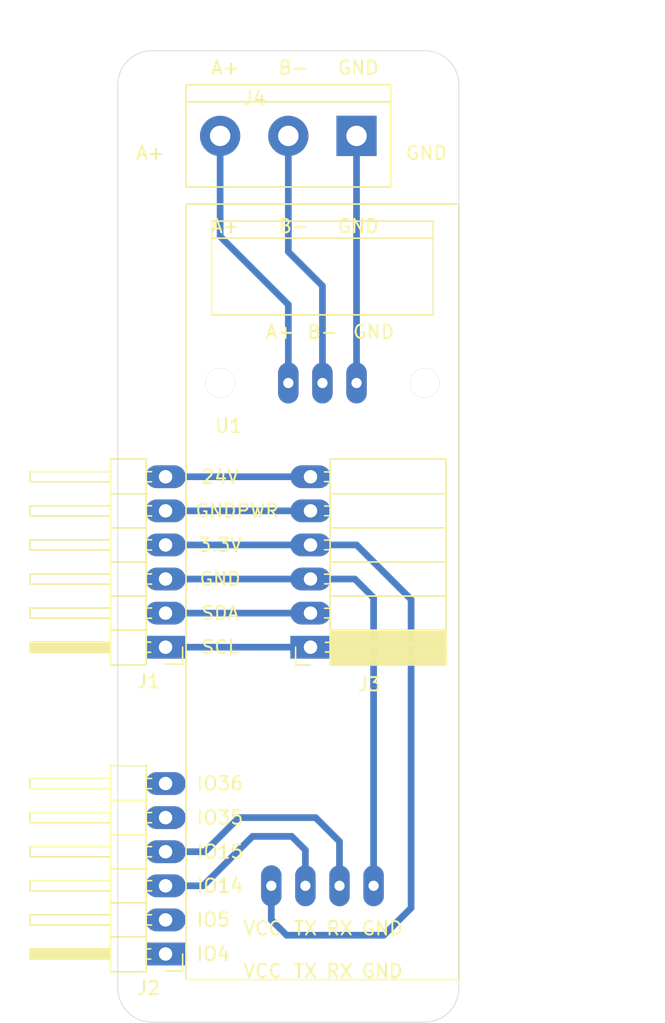
<source format=kicad_pcb>
(kicad_pcb (version 20171130) (host pcbnew 5.1.10-88a1d61d58~88~ubuntu20.04.1)

  (general
    (thickness 1.6)
    (drawings 32)
    (tracks 33)
    (zones 0)
    (modules 5)
    (nets 16)
  )

  (page A4)
  (layers
    (0 F.Cu signal)
    (31 B.Cu signal)
    (32 B.Adhes user)
    (33 F.Adhes user)
    (34 B.Paste user)
    (35 F.Paste user)
    (36 B.SilkS user)
    (37 F.SilkS user)
    (38 B.Mask user)
    (39 F.Mask user)
    (40 Dwgs.User user)
    (41 Cmts.User user)
    (42 Eco1.User user)
    (43 Eco2.User user)
    (44 Edge.Cuts user)
    (45 Margin user)
    (46 B.CrtYd user)
    (47 F.CrtYd user)
    (48 B.Fab user)
    (49 F.Fab user hide)
  )

  (setup
    (last_trace_width 0.5)
    (trace_clearance 0.2)
    (zone_clearance 0.508)
    (zone_45_only no)
    (trace_min 0.2)
    (via_size 0.6)
    (via_drill 0.3)
    (via_min_size 0.4)
    (via_min_drill 0.3)
    (uvia_size 0.6)
    (uvia_drill 0.3)
    (uvias_allowed no)
    (uvia_min_size 0.2)
    (uvia_min_drill 0.1)
    (edge_width 0.05)
    (segment_width 0.2)
    (pcb_text_width 0.3)
    (pcb_text_size 1.5 1.5)
    (mod_edge_width 0.12)
    (mod_text_size 1 1)
    (mod_text_width 0.15)
    (pad_size 1 1)
    (pad_drill 0)
    (pad_to_mask_clearance 0)
    (aux_axis_origin 60.96 134.62)
    (visible_elements FFFFFF7F)
    (pcbplotparams
      (layerselection 0x010f0_ffffffff)
      (usegerberextensions false)
      (usegerberattributes false)
      (usegerberadvancedattributes false)
      (creategerberjobfile false)
      (excludeedgelayer true)
      (linewidth 0.100000)
      (plotframeref false)
      (viasonmask false)
      (mode 1)
      (useauxorigin true)
      (hpglpennumber 1)
      (hpglpenspeed 20)
      (hpglpendiameter 15.000000)
      (psnegative false)
      (psa4output false)
      (plotreference true)
      (plotvalue true)
      (plotinvisibletext false)
      (padsonsilk false)
      (subtractmaskfromsilk false)
      (outputformat 1)
      (mirror false)
      (drillshape 0)
      (scaleselection 1)
      (outputdirectory "gerber/"))
  )

  (net 0 "")
  (net 1 +24V)
  (net 2 GNDPWR)
  (net 3 +3V3)
  (net 4 GND)
  (net 5 SCL)
  (net 6 SDA)
  (net 7 GPIO15)
  (net 8 GPIO5)
  (net 9 GPIO4)
  (net 10 GPIO36)
  (net 11 GPIO35)
  (net 12 GPIO14)
  (net 13 "Net-(J4-Pad3)")
  (net 14 "Net-(J4-Pad2)")
  (net 15 "Net-(J4-Pad1)")

  (net_class Default "This is the default net class."
    (clearance 0.2)
    (trace_width 0.5)
    (via_dia 0.6)
    (via_drill 0.3)
    (uvia_dia 0.6)
    (uvia_drill 0.3)
    (add_net GPIO14)
    (add_net GPIO15)
    (add_net GPIO35)
    (add_net GPIO36)
    (add_net GPIO4)
    (add_net GPIO5)
    (add_net "Net-(J4-Pad1)")
    (add_net "Net-(J4-Pad2)")
    (add_net "Net-(J4-Pad3)")
    (add_net SCL)
    (add_net SDA)
  )

  (net_class Power ""
    (clearance 0.2)
    (trace_width 0.5)
    (via_dia 0.6)
    (via_drill 0.3)
    (uvia_dia 0.6)
    (uvia_drill 0.3)
    (add_net +24V)
    (add_net +3V3)
    (add_net GND)
    (add_net GNDPWR)
  )

  (module boards:RS485-TTL-Board-DsdTech (layer F.Cu) (tedit 60E9A76D) (tstamp 60EA1A60)
    (at 78.74 95.885)
    (path /60B777A0)
    (fp_text reference U1 (at -6.985 -13.335) (layer F.SilkS)
      (effects (font (size 1 1) (thickness 0.15)))
    )
    (fp_text value RS485-TTL-Board (at 1.27 23.495) (layer F.Fab)
      (effects (font (size 1 1) (thickness 0.15)))
    )
    (fp_line (start -8.255 -27.305) (end 8.255 -27.305) (layer F.SilkS) (width 0.12))
    (fp_line (start -8.255 -21.59) (end -8.255 -28.575) (layer F.SilkS) (width 0.12))
    (fp_line (start 8.255 -21.59) (end -8.255 -21.59) (layer F.SilkS) (width 0.12))
    (fp_line (start 8.255 -28.575) (end 8.255 -21.59) (layer F.SilkS) (width 0.12))
    (fp_line (start -8.255 -28.575) (end 8.255 -28.575) (layer F.SilkS) (width 0.12))
    (fp_line (start 10.16 27.94) (end 10.16 -29.845) (layer F.SilkS) (width 0.12))
    (fp_line (start -10.16 -29.845) (end -10.16 27.94) (layer F.SilkS) (width 0.12))
    (fp_line (start -10.16 27.94) (end 10.16 27.94) (layer F.SilkS) (width 0.12))
    (fp_line (start -10.16 -29.845) (end 10.16 -29.845) (layer F.SilkS) (width 0.12))
    (fp_text user GND (at 4.445 27.305) (layer F.SilkS)
      (effects (font (size 1 1) (thickness 0.15)))
    )
    (fp_text user VCC (at -4.445 27.305) (layer F.SilkS)
      (effects (font (size 1 1) (thickness 0.15)))
    )
    (fp_text user RX (at 1.27 27.305) (layer F.SilkS)
      (effects (font (size 1 1) (thickness 0.15)))
    )
    (fp_text user TX (at -1.27 27.305) (layer F.SilkS)
      (effects (font (size 1 1) (thickness 0.15)))
    )
    (fp_text user GND (at 4.445 24.13) (layer F.SilkS)
      (effects (font (size 1 1) (thickness 0.15)))
    )
    (fp_text user RX (at 1.27 24.13) (layer F.SilkS)
      (effects (font (size 1 1) (thickness 0.15)))
    )
    (fp_text user TX (at -1.27 24.13) (layer F.SilkS)
      (effects (font (size 1 1) (thickness 0.15)))
    )
    (fp_text user VCC (at -4.445 24.13) (layer F.SilkS)
      (effects (font (size 1 1) (thickness 0.15)))
    )
    (fp_text user GND (at 3.81 -20.32) (layer F.SilkS)
      (effects (font (size 1 1) (thickness 0.15)))
    )
    (fp_text user B- (at 0 -20.32) (layer F.SilkS)
      (effects (font (size 1 1) (thickness 0.15)))
    )
    (fp_text user A+ (at -3.175 -20.32) (layer F.SilkS)
      (effects (font (size 1 1) (thickness 0.15)))
    )
    (pad 8 thru_hole circle (at -7.62 -16.51) (size 2.2 2.2) (drill 2.2) (layers *.Cu *.Mask)
      (die_length 4))
    (pad 8 thru_hole circle (at 7.62 -16.51) (size 2.2 2.2) (drill 2.2) (layers *.Cu *.Mask)
      (die_length 4))
    (pad 8 smd circle (at 7.62 22.225) (size 1 1) (layers F.Mask)
      (die_length 4))
    (pad 8 smd circle (at -7.62 22.225) (size 1 1) (layers F.Mask)
      (die_length 4))
    (pad 7 thru_hole oval (at -2.54 -16.51) (size 1.524 3.048) (drill 0.762) (layers *.Cu *.Mask)
      (net 13 "Net-(J4-Pad3)"))
    (pad 6 thru_hole oval (at 0 -16.51) (size 1.524 3.048) (drill 0.762) (layers *.Cu *.Mask)
      (net 14 "Net-(J4-Pad2)"))
    (pad 5 thru_hole oval (at 2.54 -16.51) (size 1.524 3.048) (drill 0.762) (layers *.Cu *.Mask)
      (net 15 "Net-(J4-Pad1)"))
    (pad 4 thru_hole oval (at 3.81 20.955) (size 1.524 3.048) (drill 0.762) (layers *.Cu *.Mask)
      (net 4 GND))
    (pad 3 thru_hole oval (at 1.27 20.955) (size 1.524 3.048) (drill 0.762) (layers *.Cu *.Mask)
      (net 7 GPIO15))
    (pad 2 thru_hole oval (at -1.27 20.955) (size 1.524 3.048) (drill 0.762) (layers *.Cu *.Mask)
      (net 12 GPIO14))
    (pad 1 thru_hole oval (at -3.81 20.955) (size 1.524 3.048) (drill 0.762) (layers *.Cu *.Mask)
      (net 3 +3V3))
    (model ${KISYS3DMOD}/Connector_PinSocket_2.54mm.3dshapes/PinSocket_1x04_P2.54mm_Vertical.step
      (offset (xyz 3.81 20.32 0))
      (scale (xyz 1 1 1))
      (rotate (xyz 0 0 90))
    )
    (model ${KISYS3DMOD}/Connector_PinSocket_2.54mm.3dshapes/PinSocket_1x05_P2.54mm_Vertical.step
      (offset (xyz 5.08 -19.685 0))
      (scale (xyz 1 1 1))
      (rotate (xyz 0 0 90))
    )
    (model ${KISYS3DMOD}/Connector_PinHeader_2.54mm.3dshapes/PinHeader_1x04_P2.54mm_Vertical.step
      (offset (xyz 3.81 20.32 10.16))
      (scale (xyz 1 1 1))
      (rotate (xyz 0 180 90))
    )
    (model ${KISYS3DMOD}/Connector_PinHeader_2.54mm.3dshapes/PinHeader_1x01_P2.54mm_Vertical.step
      (offset (xyz 5.08 -19.685 10.16))
      (scale (xyz 1 1 1))
      (rotate (xyz 0 180 0))
    )
    (model ${KISYS3DMOD}/Connector_PinHeader_2.54mm.3dshapes/PinHeader_1x01_P2.54mm_Vertical.step
      (offset (xyz -5.08 -19.685 10.16))
      (scale (xyz 1 1 1))
      (rotate (xyz 0 180 0))
    )
    (model ${KISYS3DMOD}/Connector_PinHeader_2.54mm.3dshapes/PinHeader_1x01_P2.54mm_Vertical.step
      (offset (xyz 0 -19.685 10.16))
      (scale (xyz 1 1 1))
      (rotate (xyz 0 180 0))
    )
  )

  (module TerminalBlock:TerminalBlock_bornier-3_P5.08mm (layer F.Cu) (tedit 59FF03B9) (tstamp 60B57113)
    (at 81.28 60.96 180)
    (descr "simple 3-pin terminal block, pitch 5.08mm, revamped version of bornier3")
    (tags "terminal block bornier3")
    (path /60B52DC7)
    (fp_text reference J4 (at 7.62 2.794) (layer F.SilkS)
      (effects (font (size 1 1) (thickness 0.15)))
    )
    (fp_text value Screw_Terminal_01x03 (at 5.08 5.08) (layer F.Fab)
      (effects (font (size 1 1) (thickness 0.15)))
    )
    (fp_line (start -2.47 2.55) (end 12.63 2.55) (layer F.Fab) (width 0.1))
    (fp_line (start -2.47 -3.75) (end 12.63 -3.75) (layer F.Fab) (width 0.1))
    (fp_line (start 12.63 -3.75) (end 12.63 3.75) (layer F.Fab) (width 0.1))
    (fp_line (start 12.63 3.75) (end -2.47 3.75) (layer F.Fab) (width 0.1))
    (fp_line (start -2.47 3.75) (end -2.47 -3.75) (layer F.Fab) (width 0.1))
    (fp_line (start -2.54 3.81) (end -2.54 -3.81) (layer F.SilkS) (width 0.12))
    (fp_line (start 12.7 3.81) (end 12.7 -3.81) (layer F.SilkS) (width 0.12))
    (fp_line (start -2.54 2.54) (end 12.7 2.54) (layer F.SilkS) (width 0.12))
    (fp_line (start -2.54 -3.81) (end 12.7 -3.81) (layer F.SilkS) (width 0.12))
    (fp_line (start -2.54 3.81) (end 12.7 3.81) (layer F.SilkS) (width 0.12))
    (fp_line (start -2.72 -4) (end 12.88 -4) (layer F.CrtYd) (width 0.05))
    (fp_line (start -2.72 -4) (end -2.72 4) (layer F.CrtYd) (width 0.05))
    (fp_line (start 12.88 4) (end 12.88 -4) (layer F.CrtYd) (width 0.05))
    (fp_line (start 12.88 4) (end -2.72 4) (layer F.CrtYd) (width 0.05))
    (fp_text user %R (at 5.08 0) (layer F.Fab)
      (effects (font (size 1 1) (thickness 0.15)))
    )
    (pad 3 thru_hole circle (at 10.16 0 180) (size 3 3) (drill 1.52) (layers *.Cu *.Mask)
      (net 13 "Net-(J4-Pad3)"))
    (pad 2 thru_hole circle (at 5.08 0 180) (size 3 3) (drill 1.52) (layers *.Cu *.Mask)
      (net 14 "Net-(J4-Pad2)"))
    (pad 1 thru_hole rect (at 0 0 180) (size 3 3) (drill 1.52) (layers *.Cu *.Mask)
      (net 15 "Net-(J4-Pad1)"))
    (model ${KISYS3DMOD}/TerminalBlock.3dshapes/TerminalBlock_bornier-3_P5.08mm.wrl
      (offset (xyz 5.079999923706055 0 0))
      (scale (xyz 1 1 1))
      (rotate (xyz 0 0 0))
    )
    (model ${KISYS3DMOD}/TerminalBlock_Phoenix.3dshapes/TerminalBlock_Phoenix_MKDS-1,5-3-5.08_1x03_P5.08mm_Horizontal.wrl
      (at (xyz 0 0 0))
      (scale (xyz 1 1 1))
      (rotate (xyz 0 0 0))
    )
  )

  (module Connector_PinHeader_2.54mm:PinHeader_1x06_P2.54mm_Horizontal (layer F.Cu) (tedit 59FED5CB) (tstamp 600DFBDD)
    (at 67.056 121.92 180)
    (descr "Through hole angled pin header, 1x06, 2.54mm pitch, 6mm pin length, single row")
    (tags "Through hole angled pin header THT 1x06 2.54mm single row")
    (path /600DF682)
    (fp_text reference J2 (at 1.27 -2.54) (layer F.SilkS)
      (effects (font (size 1 1) (thickness 0.15)))
    )
    (fp_text value Conn_01x06_Male (at 4.385 14.97) (layer F.Fab)
      (effects (font (size 1 1) (thickness 0.15)))
    )
    (fp_line (start 2.135 -1.27) (end 4.04 -1.27) (layer F.Fab) (width 0.1))
    (fp_line (start 4.04 -1.27) (end 4.04 13.97) (layer F.Fab) (width 0.1))
    (fp_line (start 4.04 13.97) (end 1.5 13.97) (layer F.Fab) (width 0.1))
    (fp_line (start 1.5 13.97) (end 1.5 -0.635) (layer F.Fab) (width 0.1))
    (fp_line (start 1.5 -0.635) (end 2.135 -1.27) (layer F.Fab) (width 0.1))
    (fp_line (start -0.32 -0.32) (end 1.5 -0.32) (layer F.Fab) (width 0.1))
    (fp_line (start -0.32 -0.32) (end -0.32 0.32) (layer F.Fab) (width 0.1))
    (fp_line (start -0.32 0.32) (end 1.5 0.32) (layer F.Fab) (width 0.1))
    (fp_line (start 4.04 -0.32) (end 10.04 -0.32) (layer F.Fab) (width 0.1))
    (fp_line (start 10.04 -0.32) (end 10.04 0.32) (layer F.Fab) (width 0.1))
    (fp_line (start 4.04 0.32) (end 10.04 0.32) (layer F.Fab) (width 0.1))
    (fp_line (start -0.32 2.22) (end 1.5 2.22) (layer F.Fab) (width 0.1))
    (fp_line (start -0.32 2.22) (end -0.32 2.86) (layer F.Fab) (width 0.1))
    (fp_line (start -0.32 2.86) (end 1.5 2.86) (layer F.Fab) (width 0.1))
    (fp_line (start 4.04 2.22) (end 10.04 2.22) (layer F.Fab) (width 0.1))
    (fp_line (start 10.04 2.22) (end 10.04 2.86) (layer F.Fab) (width 0.1))
    (fp_line (start 4.04 2.86) (end 10.04 2.86) (layer F.Fab) (width 0.1))
    (fp_line (start -0.32 4.76) (end 1.5 4.76) (layer F.Fab) (width 0.1))
    (fp_line (start -0.32 4.76) (end -0.32 5.4) (layer F.Fab) (width 0.1))
    (fp_line (start -0.32 5.4) (end 1.5 5.4) (layer F.Fab) (width 0.1))
    (fp_line (start 4.04 4.76) (end 10.04 4.76) (layer F.Fab) (width 0.1))
    (fp_line (start 10.04 4.76) (end 10.04 5.4) (layer F.Fab) (width 0.1))
    (fp_line (start 4.04 5.4) (end 10.04 5.4) (layer F.Fab) (width 0.1))
    (fp_line (start -0.32 7.3) (end 1.5 7.3) (layer F.Fab) (width 0.1))
    (fp_line (start -0.32 7.3) (end -0.32 7.94) (layer F.Fab) (width 0.1))
    (fp_line (start -0.32 7.94) (end 1.5 7.94) (layer F.Fab) (width 0.1))
    (fp_line (start 4.04 7.3) (end 10.04 7.3) (layer F.Fab) (width 0.1))
    (fp_line (start 10.04 7.3) (end 10.04 7.94) (layer F.Fab) (width 0.1))
    (fp_line (start 4.04 7.94) (end 10.04 7.94) (layer F.Fab) (width 0.1))
    (fp_line (start -0.32 9.84) (end 1.5 9.84) (layer F.Fab) (width 0.1))
    (fp_line (start -0.32 9.84) (end -0.32 10.48) (layer F.Fab) (width 0.1))
    (fp_line (start -0.32 10.48) (end 1.5 10.48) (layer F.Fab) (width 0.1))
    (fp_line (start 4.04 9.84) (end 10.04 9.84) (layer F.Fab) (width 0.1))
    (fp_line (start 10.04 9.84) (end 10.04 10.48) (layer F.Fab) (width 0.1))
    (fp_line (start 4.04 10.48) (end 10.04 10.48) (layer F.Fab) (width 0.1))
    (fp_line (start -0.32 12.38) (end 1.5 12.38) (layer F.Fab) (width 0.1))
    (fp_line (start -0.32 12.38) (end -0.32 13.02) (layer F.Fab) (width 0.1))
    (fp_line (start -0.32 13.02) (end 1.5 13.02) (layer F.Fab) (width 0.1))
    (fp_line (start 4.04 12.38) (end 10.04 12.38) (layer F.Fab) (width 0.1))
    (fp_line (start 10.04 12.38) (end 10.04 13.02) (layer F.Fab) (width 0.1))
    (fp_line (start 4.04 13.02) (end 10.04 13.02) (layer F.Fab) (width 0.1))
    (fp_line (start 1.44 -1.33) (end 1.44 14.03) (layer F.SilkS) (width 0.12))
    (fp_line (start 1.44 14.03) (end 4.1 14.03) (layer F.SilkS) (width 0.12))
    (fp_line (start 4.1 14.03) (end 4.1 -1.33) (layer F.SilkS) (width 0.12))
    (fp_line (start 4.1 -1.33) (end 1.44 -1.33) (layer F.SilkS) (width 0.12))
    (fp_line (start 4.1 -0.38) (end 10.1 -0.38) (layer F.SilkS) (width 0.12))
    (fp_line (start 10.1 -0.38) (end 10.1 0.38) (layer F.SilkS) (width 0.12))
    (fp_line (start 10.1 0.38) (end 4.1 0.38) (layer F.SilkS) (width 0.12))
    (fp_line (start 4.1 -0.32) (end 10.1 -0.32) (layer F.SilkS) (width 0.12))
    (fp_line (start 4.1 -0.2) (end 10.1 -0.2) (layer F.SilkS) (width 0.12))
    (fp_line (start 4.1 -0.08) (end 10.1 -0.08) (layer F.SilkS) (width 0.12))
    (fp_line (start 4.1 0.04) (end 10.1 0.04) (layer F.SilkS) (width 0.12))
    (fp_line (start 4.1 0.16) (end 10.1 0.16) (layer F.SilkS) (width 0.12))
    (fp_line (start 4.1 0.28) (end 10.1 0.28) (layer F.SilkS) (width 0.12))
    (fp_line (start 1.11 -0.38) (end 1.44 -0.38) (layer F.SilkS) (width 0.12))
    (fp_line (start 1.11 0.38) (end 1.44 0.38) (layer F.SilkS) (width 0.12))
    (fp_line (start 1.44 1.27) (end 4.1 1.27) (layer F.SilkS) (width 0.12))
    (fp_line (start 4.1 2.16) (end 10.1 2.16) (layer F.SilkS) (width 0.12))
    (fp_line (start 10.1 2.16) (end 10.1 2.92) (layer F.SilkS) (width 0.12))
    (fp_line (start 10.1 2.92) (end 4.1 2.92) (layer F.SilkS) (width 0.12))
    (fp_line (start 1.042929 2.16) (end 1.44 2.16) (layer F.SilkS) (width 0.12))
    (fp_line (start 1.042929 2.92) (end 1.44 2.92) (layer F.SilkS) (width 0.12))
    (fp_line (start 1.44 3.81) (end 4.1 3.81) (layer F.SilkS) (width 0.12))
    (fp_line (start 4.1 4.7) (end 10.1 4.7) (layer F.SilkS) (width 0.12))
    (fp_line (start 10.1 4.7) (end 10.1 5.46) (layer F.SilkS) (width 0.12))
    (fp_line (start 10.1 5.46) (end 4.1 5.46) (layer F.SilkS) (width 0.12))
    (fp_line (start 1.042929 4.7) (end 1.44 4.7) (layer F.SilkS) (width 0.12))
    (fp_line (start 1.042929 5.46) (end 1.44 5.46) (layer F.SilkS) (width 0.12))
    (fp_line (start 1.44 6.35) (end 4.1 6.35) (layer F.SilkS) (width 0.12))
    (fp_line (start 4.1 7.24) (end 10.1 7.24) (layer F.SilkS) (width 0.12))
    (fp_line (start 10.1 7.24) (end 10.1 8) (layer F.SilkS) (width 0.12))
    (fp_line (start 10.1 8) (end 4.1 8) (layer F.SilkS) (width 0.12))
    (fp_line (start 1.042929 7.24) (end 1.44 7.24) (layer F.SilkS) (width 0.12))
    (fp_line (start 1.042929 8) (end 1.44 8) (layer F.SilkS) (width 0.12))
    (fp_line (start 1.44 8.89) (end 4.1 8.89) (layer F.SilkS) (width 0.12))
    (fp_line (start 4.1 9.78) (end 10.1 9.78) (layer F.SilkS) (width 0.12))
    (fp_line (start 10.1 9.78) (end 10.1 10.54) (layer F.SilkS) (width 0.12))
    (fp_line (start 10.1 10.54) (end 4.1 10.54) (layer F.SilkS) (width 0.12))
    (fp_line (start 1.042929 9.78) (end 1.44 9.78) (layer F.SilkS) (width 0.12))
    (fp_line (start 1.042929 10.54) (end 1.44 10.54) (layer F.SilkS) (width 0.12))
    (fp_line (start 1.44 11.43) (end 4.1 11.43) (layer F.SilkS) (width 0.12))
    (fp_line (start 4.1 12.32) (end 10.1 12.32) (layer F.SilkS) (width 0.12))
    (fp_line (start 10.1 12.32) (end 10.1 13.08) (layer F.SilkS) (width 0.12))
    (fp_line (start 10.1 13.08) (end 4.1 13.08) (layer F.SilkS) (width 0.12))
    (fp_line (start 1.042929 12.32) (end 1.44 12.32) (layer F.SilkS) (width 0.12))
    (fp_line (start 1.042929 13.08) (end 1.44 13.08) (layer F.SilkS) (width 0.12))
    (fp_line (start -1.27 0) (end -1.27 -1.27) (layer F.SilkS) (width 0.12))
    (fp_line (start -1.27 -1.27) (end 0 -1.27) (layer F.SilkS) (width 0.12))
    (fp_line (start -1.8 -1.8) (end -1.8 14.5) (layer F.CrtYd) (width 0.05))
    (fp_line (start -1.8 14.5) (end 10.55 14.5) (layer F.CrtYd) (width 0.05))
    (fp_line (start 10.55 14.5) (end 10.55 -1.8) (layer F.CrtYd) (width 0.05))
    (fp_line (start 10.55 -1.8) (end -1.8 -1.8) (layer F.CrtYd) (width 0.05))
    (fp_text user %R (at 2.77 6.35 90) (layer F.Fab)
      (effects (font (size 1 1) (thickness 0.15)))
    )
    (pad 6 thru_hole oval (at 0 12.7 180) (size 3 1.7) (drill 1) (layers *.Cu *.Mask)
      (net 10 GPIO36))
    (pad 5 thru_hole oval (at 0 10.16 180) (size 3 1.7) (drill 1) (layers *.Cu *.Mask)
      (net 11 GPIO35))
    (pad 4 thru_hole oval (at 0 7.62 180) (size 3 1.7) (drill 1) (layers *.Cu *.Mask)
      (net 7 GPIO15))
    (pad 3 thru_hole oval (at 0 5.08 180) (size 3 1.7) (drill 1) (layers *.Cu *.Mask)
      (net 12 GPIO14))
    (pad 2 thru_hole oval (at 0 2.54 180) (size 3 1.7) (drill 1) (layers *.Cu *.Mask)
      (net 8 GPIO5))
    (pad 1 thru_hole rect (at 0 0 180) (size 3 1.7) (drill 1) (layers *.Cu *.Mask)
      (net 9 GPIO4))
    (model ${KISYS3DMOD}/Connector_PinHeader_2.54mm.3dshapes/PinHeader_1x06_P2.54mm_Horizontal.wrl
      (at (xyz 0 0 0))
      (scale (xyz 1 1 1))
      (rotate (xyz 0 0 0))
    )
  )

  (module Connector_PinHeader_2.54mm:PinHeader_1x06_P2.54mm_Horizontal (layer F.Cu) (tedit 600DA0D7) (tstamp 600DFB76)
    (at 67.056 99.06 180)
    (descr "Through hole angled pin header, 1x06, 2.54mm pitch, 6mm pin length, single row")
    (tags "Through hole angled pin header THT 1x06 2.54mm single row")
    (path /600E0E0C)
    (fp_text reference J1 (at 1.27 -2.54) (layer F.SilkS)
      (effects (font (size 1 1) (thickness 0.15)))
    )
    (fp_text value Conn_01x06_Male (at 4.385 14.97) (layer F.Fab)
      (effects (font (size 1 1) (thickness 0.15)))
    )
    (fp_line (start 2.135 -1.27) (end 4.04 -1.27) (layer F.Fab) (width 0.1))
    (fp_line (start 4.04 -1.27) (end 4.04 13.97) (layer F.Fab) (width 0.1))
    (fp_line (start 4.04 13.97) (end 1.5 13.97) (layer F.Fab) (width 0.1))
    (fp_line (start 1.5 13.97) (end 1.5 -0.635) (layer F.Fab) (width 0.1))
    (fp_line (start 1.5 -0.635) (end 2.135 -1.27) (layer F.Fab) (width 0.1))
    (fp_line (start -0.32 -0.32) (end 1.5 -0.32) (layer F.Fab) (width 0.1))
    (fp_line (start -0.32 -0.32) (end -0.32 0.32) (layer F.Fab) (width 0.1))
    (fp_line (start -0.32 0.32) (end 1.5 0.32) (layer F.Fab) (width 0.1))
    (fp_line (start 4.04 -0.32) (end 10.04 -0.32) (layer F.Fab) (width 0.1))
    (fp_line (start 10.04 -0.32) (end 10.04 0.32) (layer F.Fab) (width 0.1))
    (fp_line (start 4.04 0.32) (end 10.04 0.32) (layer F.Fab) (width 0.1))
    (fp_line (start -0.32 2.22) (end 1.5 2.22) (layer F.Fab) (width 0.1))
    (fp_line (start -0.32 2.22) (end -0.32 2.86) (layer F.Fab) (width 0.1))
    (fp_line (start -0.32 2.86) (end 1.5 2.86) (layer F.Fab) (width 0.1))
    (fp_line (start 4.04 2.22) (end 10.04 2.22) (layer F.Fab) (width 0.1))
    (fp_line (start 10.04 2.22) (end 10.04 2.86) (layer F.Fab) (width 0.1))
    (fp_line (start 4.04 2.86) (end 10.04 2.86) (layer F.Fab) (width 0.1))
    (fp_line (start -0.32 4.76) (end 1.5 4.76) (layer F.Fab) (width 0.1))
    (fp_line (start -0.32 4.76) (end -0.32 5.4) (layer F.Fab) (width 0.1))
    (fp_line (start -0.32 5.4) (end 1.5 5.4) (layer F.Fab) (width 0.1))
    (fp_line (start 4.04 4.76) (end 10.04 4.76) (layer F.Fab) (width 0.1))
    (fp_line (start 10.04 4.76) (end 10.04 5.4) (layer F.Fab) (width 0.1))
    (fp_line (start 4.04 5.4) (end 10.04 5.4) (layer F.Fab) (width 0.1))
    (fp_line (start -0.32 7.3) (end 1.5 7.3) (layer F.Fab) (width 0.1))
    (fp_line (start -0.32 7.3) (end -0.32 7.94) (layer F.Fab) (width 0.1))
    (fp_line (start -0.32 7.94) (end 1.5 7.94) (layer F.Fab) (width 0.1))
    (fp_line (start 4.04 7.3) (end 10.04 7.3) (layer F.Fab) (width 0.1))
    (fp_line (start 10.04 7.3) (end 10.04 7.94) (layer F.Fab) (width 0.1))
    (fp_line (start 4.04 7.94) (end 10.04 7.94) (layer F.Fab) (width 0.1))
    (fp_line (start -0.32 9.84) (end 1.5 9.84) (layer F.Fab) (width 0.1))
    (fp_line (start -0.32 9.84) (end -0.32 10.48) (layer F.Fab) (width 0.1))
    (fp_line (start -0.32 10.48) (end 1.5 10.48) (layer F.Fab) (width 0.1))
    (fp_line (start 4.04 9.84) (end 10.04 9.84) (layer F.Fab) (width 0.1))
    (fp_line (start 10.04 9.84) (end 10.04 10.48) (layer F.Fab) (width 0.1))
    (fp_line (start 4.04 10.48) (end 10.04 10.48) (layer F.Fab) (width 0.1))
    (fp_line (start -0.32 12.38) (end 1.5 12.38) (layer F.Fab) (width 0.1))
    (fp_line (start -0.32 12.38) (end -0.32 13.02) (layer F.Fab) (width 0.1))
    (fp_line (start -0.32 13.02) (end 1.5 13.02) (layer F.Fab) (width 0.1))
    (fp_line (start 4.04 12.38) (end 10.04 12.38) (layer F.Fab) (width 0.1))
    (fp_line (start 10.04 12.38) (end 10.04 13.02) (layer F.Fab) (width 0.1))
    (fp_line (start 4.04 13.02) (end 10.04 13.02) (layer F.Fab) (width 0.1))
    (fp_line (start 1.44 -1.33) (end 1.44 14.03) (layer F.SilkS) (width 0.12))
    (fp_line (start 1.44 14.03) (end 4.1 14.03) (layer F.SilkS) (width 0.12))
    (fp_line (start 4.1 14.03) (end 4.1 -1.33) (layer F.SilkS) (width 0.12))
    (fp_line (start 4.1 -1.33) (end 1.44 -1.33) (layer F.SilkS) (width 0.12))
    (fp_line (start 4.1 -0.38) (end 10.1 -0.38) (layer F.SilkS) (width 0.12))
    (fp_line (start 10.1 -0.38) (end 10.1 0.38) (layer F.SilkS) (width 0.12))
    (fp_line (start 10.1 0.38) (end 4.1 0.38) (layer F.SilkS) (width 0.12))
    (fp_line (start 4.1 -0.32) (end 10.1 -0.32) (layer F.SilkS) (width 0.12))
    (fp_line (start 4.1 -0.2) (end 10.1 -0.2) (layer F.SilkS) (width 0.12))
    (fp_line (start 4.1 -0.08) (end 10.1 -0.08) (layer F.SilkS) (width 0.12))
    (fp_line (start 4.1 0.04) (end 10.1 0.04) (layer F.SilkS) (width 0.12))
    (fp_line (start 4.1 0.16) (end 10.1 0.16) (layer F.SilkS) (width 0.12))
    (fp_line (start 4.1 0.28) (end 10.1 0.28) (layer F.SilkS) (width 0.12))
    (fp_line (start 1.11 -0.38) (end 1.44 -0.38) (layer F.SilkS) (width 0.12))
    (fp_line (start 1.11 0.38) (end 1.44 0.38) (layer F.SilkS) (width 0.12))
    (fp_line (start 1.44 1.27) (end 4.1 1.27) (layer F.SilkS) (width 0.12))
    (fp_line (start 4.1 2.16) (end 10.1 2.16) (layer F.SilkS) (width 0.12))
    (fp_line (start 10.1 2.16) (end 10.1 2.92) (layer F.SilkS) (width 0.12))
    (fp_line (start 10.1 2.92) (end 4.1 2.92) (layer F.SilkS) (width 0.12))
    (fp_line (start 1.042929 2.16) (end 1.44 2.16) (layer F.SilkS) (width 0.12))
    (fp_line (start 1.042929 2.92) (end 1.44 2.92) (layer F.SilkS) (width 0.12))
    (fp_line (start 1.44 3.81) (end 4.1 3.81) (layer F.SilkS) (width 0.12))
    (fp_line (start 4.1 4.7) (end 10.1 4.7) (layer F.SilkS) (width 0.12))
    (fp_line (start 10.1 4.7) (end 10.1 5.46) (layer F.SilkS) (width 0.12))
    (fp_line (start 10.1 5.46) (end 4.1 5.46) (layer F.SilkS) (width 0.12))
    (fp_line (start 1.042929 4.7) (end 1.44 4.7) (layer F.SilkS) (width 0.12))
    (fp_line (start 1.042929 5.46) (end 1.44 5.46) (layer F.SilkS) (width 0.12))
    (fp_line (start 1.44 6.35) (end 4.1 6.35) (layer F.SilkS) (width 0.12))
    (fp_line (start 4.1 7.24) (end 10.1 7.24) (layer F.SilkS) (width 0.12))
    (fp_line (start 10.1 7.24) (end 10.1 8) (layer F.SilkS) (width 0.12))
    (fp_line (start 10.1 8) (end 4.1 8) (layer F.SilkS) (width 0.12))
    (fp_line (start 1.042929 7.24) (end 1.44 7.24) (layer F.SilkS) (width 0.12))
    (fp_line (start 1.042929 8) (end 1.44 8) (layer F.SilkS) (width 0.12))
    (fp_line (start 1.44 8.89) (end 4.1 8.89) (layer F.SilkS) (width 0.12))
    (fp_line (start 4.1 9.78) (end 10.1 9.78) (layer F.SilkS) (width 0.12))
    (fp_line (start 10.1 9.78) (end 10.1 10.54) (layer F.SilkS) (width 0.12))
    (fp_line (start 10.1 10.54) (end 4.1 10.54) (layer F.SilkS) (width 0.12))
    (fp_line (start 1.042929 9.78) (end 1.44 9.78) (layer F.SilkS) (width 0.12))
    (fp_line (start 1.042929 10.54) (end 1.44 10.54) (layer F.SilkS) (width 0.12))
    (fp_line (start 1.44 11.43) (end 4.1 11.43) (layer F.SilkS) (width 0.12))
    (fp_line (start 4.1 12.32) (end 10.1 12.32) (layer F.SilkS) (width 0.12))
    (fp_line (start 10.1 12.32) (end 10.1 13.08) (layer F.SilkS) (width 0.12))
    (fp_line (start 10.1 13.08) (end 4.1 13.08) (layer F.SilkS) (width 0.12))
    (fp_line (start 1.042929 12.32) (end 1.44 12.32) (layer F.SilkS) (width 0.12))
    (fp_line (start 1.042929 13.08) (end 1.44 13.08) (layer F.SilkS) (width 0.12))
    (fp_line (start -1.27 0) (end -1.27 -1.27) (layer F.SilkS) (width 0.12))
    (fp_line (start -1.27 -1.27) (end 0 -1.27) (layer F.SilkS) (width 0.12))
    (fp_line (start -1.8 -1.8) (end -1.8 14.5) (layer F.CrtYd) (width 0.05))
    (fp_line (start -1.8 14.5) (end 10.55 14.5) (layer F.CrtYd) (width 0.05))
    (fp_line (start 10.55 14.5) (end 10.55 -1.8) (layer F.CrtYd) (width 0.05))
    (fp_line (start 10.55 -1.8) (end -1.8 -1.8) (layer F.CrtYd) (width 0.05))
    (fp_text user %R (at 2.77 6.35 90) (layer F.Fab)
      (effects (font (size 1 1) (thickness 0.15)))
    )
    (pad 6 thru_hole oval (at 0 12.7 180) (size 3 1.7) (drill 1) (layers *.Cu *.Mask)
      (net 1 +24V))
    (pad 5 thru_hole oval (at 0 10.16 180) (size 3 1.7) (drill 1) (layers *.Cu *.Mask)
      (net 2 GNDPWR))
    (pad 4 thru_hole oval (at 0 7.62 180) (size 3 1.7) (drill 1) (layers *.Cu *.Mask)
      (net 3 +3V3))
    (pad 3 thru_hole oval (at 0 5.08 180) (size 3 1.7) (drill 1) (layers *.Cu *.Mask)
      (net 4 GND))
    (pad 2 thru_hole oval (at 0 2.54 180) (size 3 1.7) (drill 1) (layers *.Cu *.Mask)
      (net 6 SDA))
    (pad 1 thru_hole rect (at 0 0 180) (size 3 1.7) (drill 1) (layers *.Cu *.Mask)
      (net 5 SCL))
    (model ${KISYS3DMOD}/Connector_PinHeader_2.54mm.3dshapes/PinHeader_1x06_P2.54mm_Horizontal.wrl
      (at (xyz 0 0 0))
      (scale (xyz 1 1 1))
      (rotate (xyz 0 0 0))
    )
  )

  (module Connector_PinSocket_2.54mm:PinSocket_1x06_P2.54mm_Horizontal (layer F.Cu) (tedit 5FA6D208) (tstamp 5FA6FA4C)
    (at 77.851 99.06 180)
    (descr "Through hole angled socket strip, 1x06, 2.54mm pitch, 8.51mm socket length, single row (from Kicad 4.0.7), script generated")
    (tags "Through hole angled socket strip THT 1x06 2.54mm single row")
    (path /5FA73C4E)
    (fp_text reference J3 (at -4.38 -2.77) (layer F.SilkS)
      (effects (font (size 1 1) (thickness 0.15)))
    )
    (fp_text value Conn_01x06_Female (at -2.54 15.47) (layer F.Fab)
      (effects (font (size 1 1) (thickness 0.15)))
    )
    (fp_line (start -10.03 -1.27) (end -2.49 -1.27) (layer F.Fab) (width 0.1))
    (fp_line (start -2.49 -1.27) (end -1.52 -0.3) (layer F.Fab) (width 0.1))
    (fp_line (start -1.52 -0.3) (end -1.52 13.97) (layer F.Fab) (width 0.1))
    (fp_line (start -1.52 13.97) (end -10.03 13.97) (layer F.Fab) (width 0.1))
    (fp_line (start -10.03 13.97) (end -10.03 -1.27) (layer F.Fab) (width 0.1))
    (fp_line (start 0 -0.3) (end -1.52 -0.3) (layer F.Fab) (width 0.1))
    (fp_line (start -1.52 0.3) (end 0 0.3) (layer F.Fab) (width 0.1))
    (fp_line (start 0 0.3) (end 0 -0.3) (layer F.Fab) (width 0.1))
    (fp_line (start 0 2.24) (end -1.52 2.24) (layer F.Fab) (width 0.1))
    (fp_line (start -1.52 2.84) (end 0 2.84) (layer F.Fab) (width 0.1))
    (fp_line (start 0 2.84) (end 0 2.24) (layer F.Fab) (width 0.1))
    (fp_line (start 0 4.78) (end -1.52 4.78) (layer F.Fab) (width 0.1))
    (fp_line (start -1.52 5.38) (end 0 5.38) (layer F.Fab) (width 0.1))
    (fp_line (start 0 5.38) (end 0 4.78) (layer F.Fab) (width 0.1))
    (fp_line (start 0 7.32) (end -1.52 7.32) (layer F.Fab) (width 0.1))
    (fp_line (start -1.52 7.92) (end 0 7.92) (layer F.Fab) (width 0.1))
    (fp_line (start 0 7.92) (end 0 7.32) (layer F.Fab) (width 0.1))
    (fp_line (start 0 9.86) (end -1.52 9.86) (layer F.Fab) (width 0.1))
    (fp_line (start -1.52 10.46) (end 0 10.46) (layer F.Fab) (width 0.1))
    (fp_line (start 0 10.46) (end 0 9.86) (layer F.Fab) (width 0.1))
    (fp_line (start 0 12.4) (end -1.52 12.4) (layer F.Fab) (width 0.1))
    (fp_line (start -1.52 13) (end 0 13) (layer F.Fab) (width 0.1))
    (fp_line (start 0 13) (end 0 12.4) (layer F.Fab) (width 0.1))
    (fp_line (start -10.09 -1.21) (end -1.46 -1.21) (layer F.SilkS) (width 0.12))
    (fp_line (start -10.09 -1.091905) (end -1.46 -1.091905) (layer F.SilkS) (width 0.12))
    (fp_line (start -10.09 -0.97381) (end -1.46 -0.97381) (layer F.SilkS) (width 0.12))
    (fp_line (start -10.09 -0.855715) (end -1.46 -0.855715) (layer F.SilkS) (width 0.12))
    (fp_line (start -10.09 -0.73762) (end -1.46 -0.73762) (layer F.SilkS) (width 0.12))
    (fp_line (start -10.09 -0.619525) (end -1.46 -0.619525) (layer F.SilkS) (width 0.12))
    (fp_line (start -10.09 -0.50143) (end -1.46 -0.50143) (layer F.SilkS) (width 0.12))
    (fp_line (start -10.09 -0.383335) (end -1.46 -0.383335) (layer F.SilkS) (width 0.12))
    (fp_line (start -10.09 -0.26524) (end -1.46 -0.26524) (layer F.SilkS) (width 0.12))
    (fp_line (start -10.09 -0.147145) (end -1.46 -0.147145) (layer F.SilkS) (width 0.12))
    (fp_line (start -10.09 -0.02905) (end -1.46 -0.02905) (layer F.SilkS) (width 0.12))
    (fp_line (start -10.09 0.089045) (end -1.46 0.089045) (layer F.SilkS) (width 0.12))
    (fp_line (start -10.09 0.20714) (end -1.46 0.20714) (layer F.SilkS) (width 0.12))
    (fp_line (start -10.09 0.325235) (end -1.46 0.325235) (layer F.SilkS) (width 0.12))
    (fp_line (start -10.09 0.44333) (end -1.46 0.44333) (layer F.SilkS) (width 0.12))
    (fp_line (start -10.09 0.561425) (end -1.46 0.561425) (layer F.SilkS) (width 0.12))
    (fp_line (start -10.09 0.67952) (end -1.46 0.67952) (layer F.SilkS) (width 0.12))
    (fp_line (start -10.09 0.797615) (end -1.46 0.797615) (layer F.SilkS) (width 0.12))
    (fp_line (start -10.09 0.91571) (end -1.46 0.91571) (layer F.SilkS) (width 0.12))
    (fp_line (start -10.09 1.033805) (end -1.46 1.033805) (layer F.SilkS) (width 0.12))
    (fp_line (start -10.09 1.1519) (end -1.46 1.1519) (layer F.SilkS) (width 0.12))
    (fp_line (start -1.46 -0.36) (end -1.11 -0.36) (layer F.SilkS) (width 0.12))
    (fp_line (start -1.46 0.36) (end -1.11 0.36) (layer F.SilkS) (width 0.12))
    (fp_line (start -1.46 2.18) (end -1.05 2.18) (layer F.SilkS) (width 0.12))
    (fp_line (start -1.46 2.9) (end -1.05 2.9) (layer F.SilkS) (width 0.12))
    (fp_line (start -1.46 4.72) (end -1.05 4.72) (layer F.SilkS) (width 0.12))
    (fp_line (start -1.46 5.44) (end -1.05 5.44) (layer F.SilkS) (width 0.12))
    (fp_line (start -1.46 7.26) (end -1.05 7.26) (layer F.SilkS) (width 0.12))
    (fp_line (start -1.46 7.98) (end -1.05 7.98) (layer F.SilkS) (width 0.12))
    (fp_line (start -1.46 9.8) (end -1.05 9.8) (layer F.SilkS) (width 0.12))
    (fp_line (start -1.46 10.52) (end -1.05 10.52) (layer F.SilkS) (width 0.12))
    (fp_line (start -1.46 12.34) (end -1.05 12.34) (layer F.SilkS) (width 0.12))
    (fp_line (start -1.46 13.06) (end -1.05 13.06) (layer F.SilkS) (width 0.12))
    (fp_line (start -10.09 1.27) (end -1.46 1.27) (layer F.SilkS) (width 0.12))
    (fp_line (start -10.09 3.81) (end -1.46 3.81) (layer F.SilkS) (width 0.12))
    (fp_line (start -10.09 6.35) (end -1.46 6.35) (layer F.SilkS) (width 0.12))
    (fp_line (start -10.09 8.89) (end -1.46 8.89) (layer F.SilkS) (width 0.12))
    (fp_line (start -10.09 11.43) (end -1.46 11.43) (layer F.SilkS) (width 0.12))
    (fp_line (start -10.09 -1.33) (end -1.46 -1.33) (layer F.SilkS) (width 0.12))
    (fp_line (start -1.46 -1.33) (end -1.46 14.03) (layer F.SilkS) (width 0.12))
    (fp_line (start -10.09 14.03) (end -1.46 14.03) (layer F.SilkS) (width 0.12))
    (fp_line (start -10.09 -1.33) (end -10.09 14.03) (layer F.SilkS) (width 0.12))
    (fp_line (start 1.11 -1.33) (end 1.11 0) (layer F.SilkS) (width 0.12))
    (fp_line (start 0 -1.33) (end 1.11 -1.33) (layer F.SilkS) (width 0.12))
    (fp_line (start 1.75 -1.8) (end -10.55 -1.8) (layer F.CrtYd) (width 0.05))
    (fp_line (start -10.55 -1.8) (end -10.55 14.45) (layer F.CrtYd) (width 0.05))
    (fp_line (start -10.55 14.45) (end 1.75 14.45) (layer F.CrtYd) (width 0.05))
    (fp_line (start 1.75 14.45) (end 1.75 -1.8) (layer F.CrtYd) (width 0.05))
    (fp_text user %R (at -5.775 6.35 90) (layer F.Fab)
      (effects (font (size 1 1) (thickness 0.15)))
    )
    (pad 6 thru_hole oval (at 0 12.7 180) (size 3 1.7) (drill 1) (layers *.Cu *.Mask)
      (net 1 +24V))
    (pad 5 thru_hole oval (at 0 10.16 180) (size 3 1.7) (drill 1) (layers *.Cu *.Mask)
      (net 2 GNDPWR))
    (pad 4 thru_hole oval (at 0 7.62 180) (size 3 1.7) (drill 1) (layers *.Cu *.Mask)
      (net 3 +3V3))
    (pad 3 thru_hole oval (at 0 5.08 180) (size 3 1.7) (drill 1) (layers *.Cu *.Mask)
      (net 4 GND))
    (pad 2 thru_hole oval (at 0 2.54 180) (size 3 1.7) (drill 1) (layers *.Cu *.Mask)
      (net 6 SDA))
    (pad 1 thru_hole rect (at 0 0 180) (size 3 1.7) (drill 1) (layers *.Cu *.Mask)
      (net 5 SCL))
    (model ${KISYS3DMOD}/Connector_PinSocket_2.54mm.3dshapes/PinSocket_1x06_P2.54mm_Horizontal.wrl
      (at (xyz 0 0 0))
      (scale (xyz 1 1 1))
      (rotate (xyz 0 0 0))
    )
  )

  (gr_text GND (at 81.407 55.88) (layer F.SilkS) (tstamp 60EA19EC)
    (effects (font (size 1 1) (thickness 0.15)))
  )
  (gr_text B- (at 76.581 55.88) (layer F.SilkS) (tstamp 60EA19EB)
    (effects (font (size 1 1) (thickness 0.15)))
  )
  (gr_text A+ (at 71.501 55.88) (layer F.SilkS) (tstamp 60EA19EA)
    (effects (font (size 1 1) (thickness 0.15)))
  )
  (gr_text GND (at 86.487 62.23) (layer F.SilkS) (tstamp 60EA19BA)
    (effects (font (size 1 1) (thickness 0.15)))
  )
  (gr_text A+ (at 65.913 62.23) (layer F.SilkS) (tstamp 60EA19B5)
    (effects (font (size 1 1) (thickness 0.15)))
  )
  (gr_text A+ (at 71.501 67.691) (layer F.SilkS)
    (effects (font (size 1 1) (thickness 0.15)))
  )
  (gr_text GND (at 81.407 67.691) (layer F.SilkS)
    (effects (font (size 1 1) (thickness 0.15)))
  )
  (gr_text B- (at 76.581 67.691) (layer F.SilkS)
    (effects (font (size 1 1) (thickness 0.15)))
  )
  (dimension 25.4 (width 0.15) (layer Dwgs.User)
    (gr_text "25,400 mm" (at 76.2 51.532) (layer Dwgs.User)
      (effects (font (size 1 1) (thickness 0.15)))
    )
    (feature1 (pts (xy 88.9 57.912) (xy 88.9 52.245579)))
    (feature2 (pts (xy 63.5 57.912) (xy 63.5 52.245579)))
    (crossbar (pts (xy 63.5 52.832) (xy 88.9 52.832)))
    (arrow1a (pts (xy 88.9 52.832) (xy 87.773496 53.418421)))
    (arrow1b (pts (xy 88.9 52.832) (xy 87.773496 52.245579)))
    (arrow2a (pts (xy 63.5 52.832) (xy 64.626504 53.418421)))
    (arrow2b (pts (xy 63.5 52.832) (xy 64.626504 52.245579)))
  )
  (gr_arc (start 86.36 57.15) (end 88.9 57.15) (angle -90) (layer Edge.Cuts) (width 0.05))
  (gr_arc (start 86.36 124.46) (end 86.36 127) (angle -90) (layer Edge.Cuts) (width 0.05))
  (gr_arc (start 66.04 124.46) (end 63.5 124.46) (angle -90) (layer Edge.Cuts) (width 0.05))
  (gr_arc (start 66.04 57.15) (end 66.04 54.61) (angle -90) (layer Edge.Cuts) (width 0.05))
  (gr_text IO14 (at 71.12 116.84) (layer F.SilkS) (tstamp 600D92C3)
    (effects (font (size 1 1) (thickness 0.15)))
  )
  (gr_text IO36 (at 71.12 109.22) (layer F.SilkS) (tstamp 600D92C2)
    (effects (font (size 1 1) (thickness 0.15)))
  )
  (gr_text IO35 (at 71.12 111.76) (layer F.SilkS) (tstamp 600D92C1)
    (effects (font (size 1 1) (thickness 0.15)))
  )
  (gr_text IO4 (at 70.612 121.92) (layer F.SilkS) (tstamp 600D92C0)
    (effects (font (size 1 1) (thickness 0.15)))
  )
  (gr_text IO5 (at 70.612 119.38) (layer F.SilkS) (tstamp 600D92BF)
    (effects (font (size 1 1) (thickness 0.15)))
  )
  (gr_text IO15 (at 71.12 114.3) (layer F.SilkS) (tstamp 600D92BE)
    (effects (font (size 1 1) (thickness 0.15)))
  )
  (gr_text 24V (at 71.12 86.36) (layer F.SilkS) (tstamp 600D9299)
    (effects (font (size 1 1) (thickness 0.15)))
  )
  (gr_text GNDPWR (at 72.39 88.9) (layer F.SilkS) (tstamp 600D9298)
    (effects (font (size 1 1) (thickness 0.15)))
  )
  (gr_text 3.3V (at 71.12 91.44) (layer F.SilkS) (tstamp 600D9297)
    (effects (font (size 1 1) (thickness 0.15)))
  )
  (gr_text GND (at 71.12 93.98) (layer F.SilkS) (tstamp 600D9296)
    (effects (font (size 1 1) (thickness 0.15)))
  )
  (gr_text SDA (at 71.12 96.52) (layer F.SilkS) (tstamp 600D9295)
    (effects (font (size 1 1) (thickness 0.15)))
  )
  (gr_text SCL (at 71.12 99.06) (layer F.SilkS) (tstamp 600D9294)
    (effects (font (size 1 1) (thickness 0.15)))
  )
  (gr_line (start 88.9 57.15) (end 88.9 124.46) (layer Edge.Cuts) (width 0.05))
  (dimension 35.56 (width 0.15) (layer Dwgs.User)
    (gr_text "1,4 in" (at 100.3 72.39 270) (layer Dwgs.User)
      (effects (font (size 1 1) (thickness 0.15)))
    )
    (feature1 (pts (xy 101.6 90.17) (xy 101.013579 90.17)))
    (feature2 (pts (xy 101.6 54.61) (xy 101.013579 54.61)))
    (crossbar (pts (xy 101.6 54.61) (xy 101.6 90.17)))
    (arrow1a (pts (xy 101.6 90.17) (xy 101.013579 89.043496)))
    (arrow1b (pts (xy 101.6 90.17) (xy 102.186421 89.043496)))
    (arrow2a (pts (xy 101.6 54.61) (xy 101.013579 55.736504)))
    (arrow2b (pts (xy 101.6 54.61) (xy 102.186421 55.736504)))
  )
  (dimension 27.94 (width 0.15) (layer Dwgs.User)
    (gr_text "1,1 in" (at 92.74 113.03 90) (layer Dwgs.User)
      (effects (font (size 1 1) (thickness 0.15)))
    )
    (feature1 (pts (xy 90.17 99.06) (xy 92.026421 99.06)))
    (feature2 (pts (xy 90.17 127) (xy 92.026421 127)))
    (crossbar (pts (xy 91.44 127) (xy 91.44 99.06)))
    (arrow1a (pts (xy 91.44 99.06) (xy 92.026421 100.186504)))
    (arrow1b (pts (xy 91.44 99.06) (xy 90.853579 100.186504)))
    (arrow2a (pts (xy 91.44 127) (xy 92.026421 125.873496)))
    (arrow2b (pts (xy 91.44 127) (xy 90.853579 125.873496)))
  )
  (dimension 72.39 (width 0.15) (layer Dwgs.User)
    (gr_text "72,390 mm" (at 58.39 90.805 90) (layer Dwgs.User)
      (effects (font (size 1 1) (thickness 0.15)))
    )
    (feature1 (pts (xy 62.23 54.61) (xy 59.103579 54.61)))
    (feature2 (pts (xy 62.23 127) (xy 59.103579 127)))
    (crossbar (pts (xy 59.69 127) (xy 59.69 54.61)))
    (arrow1a (pts (xy 59.69 54.61) (xy 60.276421 55.736504)))
    (arrow1b (pts (xy 59.69 54.61) (xy 59.103579 55.736504)))
    (arrow2a (pts (xy 59.69 127) (xy 60.276421 125.873496)))
    (arrow2b (pts (xy 59.69 127) (xy 59.103579 125.873496)))
  )
  (gr_line (start 66.04 127) (end 86.36 127) (layer Edge.Cuts) (width 0.05))
  (gr_line (start 66.04 54.61) (end 86.36 54.61) (layer Edge.Cuts) (width 0.05))
  (gr_line (start 63.5 124.46) (end 63.5 57.15) (layer Edge.Cuts) (width 0.05))

  (segment (start 67.056 86.36) (end 77.851 86.36) (width 0.5) (layer B.Cu) (net 1))
  (segment (start 67.056 88.9) (end 77.851 88.9) (width 0.5) (layer B.Cu) (net 2))
  (segment (start 67.056 91.44) (end 77.851 91.44) (width 0.5) (layer B.Cu) (net 3))
  (segment (start 85.344 95.504) (end 81.28 91.44) (width 0.5) (layer B.Cu) (net 3))
  (segment (start 83.312 120.523) (end 85.344 118.491) (width 0.5) (layer B.Cu) (net 3))
  (segment (start 81.28 91.44) (end 77.851 91.44) (width 0.5) (layer B.Cu) (net 3))
  (segment (start 76.073 120.523) (end 83.312 120.523) (width 0.5) (layer B.Cu) (net 3))
  (segment (start 74.93 119.38) (end 76.073 120.523) (width 0.5) (layer B.Cu) (net 3))
  (segment (start 85.344 118.491) (end 85.344 95.504) (width 0.5) (layer B.Cu) (net 3))
  (segment (start 74.93 116.84) (end 74.93 119.38) (width 0.5) (layer B.Cu) (net 3))
  (segment (start 67.056 93.98) (end 77.851 93.98) (width 0.5) (layer B.Cu) (net 4))
  (segment (start 81.153 93.98) (end 77.851 93.98) (width 0.5) (layer B.Cu) (net 4))
  (segment (start 82.55 95.377) (end 81.153 93.98) (width 0.5) (layer B.Cu) (net 4))
  (segment (start 82.55 116.84) (end 82.55 95.377) (width 0.5) (layer B.Cu) (net 4))
  (segment (start 67.056 99.06) (end 77.851 99.06) (width 0.5) (layer B.Cu) (net 5))
  (segment (start 67.056 96.52) (end 77.851 96.52) (width 0.5) (layer B.Cu) (net 6))
  (segment (start 69.977 114.3) (end 67.056 114.3) (width 0.5) (layer B.Cu) (net 7))
  (segment (start 72.517 111.76) (end 69.977 114.3) (width 0.5) (layer B.Cu) (net 7))
  (segment (start 78.232 111.76) (end 72.517 111.76) (width 0.5) (layer B.Cu) (net 7))
  (segment (start 80.01 113.538) (end 78.232 111.76) (width 0.5) (layer B.Cu) (net 7))
  (segment (start 80.01 116.84) (end 80.01 113.538) (width 0.5) (layer B.Cu) (net 7))
  (segment (start 69.85 116.84) (end 67.056 116.84) (width 0.5) (layer B.Cu) (net 12))
  (segment (start 73.533 113.157) (end 69.85 116.84) (width 0.5) (layer B.Cu) (net 12))
  (segment (start 76.454 113.157) (end 73.533 113.157) (width 0.5) (layer B.Cu) (net 12))
  (segment (start 77.47 114.173) (end 76.454 113.157) (width 0.5) (layer B.Cu) (net 12))
  (segment (start 77.47 116.84) (end 77.47 114.173) (width 0.5) (layer B.Cu) (net 12))
  (segment (start 76.2 73.533) (end 76.2 79.375) (width 0.5) (layer B.Cu) (net 13))
  (segment (start 71.12 68.453) (end 76.2 73.533) (width 0.5) (layer B.Cu) (net 13))
  (segment (start 71.12 60.96) (end 71.12 68.453) (width 0.5) (layer B.Cu) (net 13))
  (segment (start 78.74 72.136) (end 78.74 79.375) (width 0.5) (layer B.Cu) (net 14))
  (segment (start 76.2 69.596) (end 78.74 72.136) (width 0.5) (layer B.Cu) (net 14))
  (segment (start 76.2 60.96) (end 76.2 69.596) (width 0.5) (layer B.Cu) (net 14))
  (segment (start 81.28 60.96) (end 81.28 79.375) (width 0.5) (layer B.Cu) (net 15))

)

</source>
